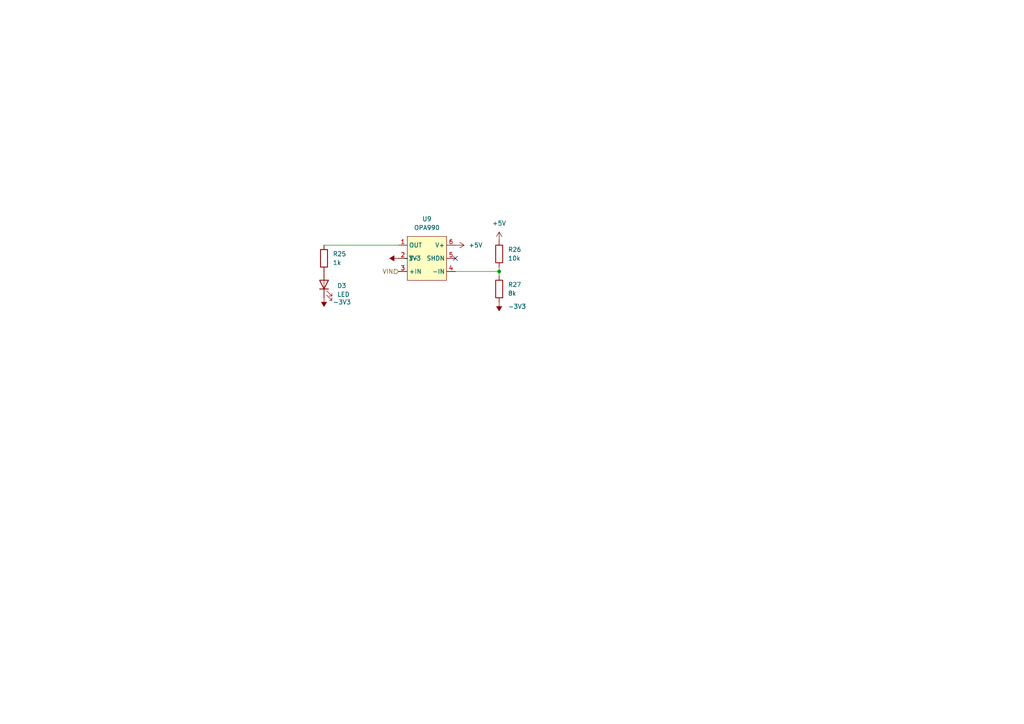
<source format=kicad_sch>
(kicad_sch (version 20211123) (generator eeschema)
  (paper "A4")
  (lib_symbols
    (symbol "Device:LED" (pin_numbers hide) (pin_names (offset 1.016) hide)
      (property "Reference" "D" (at 0 2.54 0))
      (property "Value" "LED" (at 0 -2.54 0))
      (symbol "LED_0_1"
        (polyline (pts (xy -1.27 -1.27) (xy -1.27 1.27)) (stroke (width 0.254)))
        (polyline (pts (xy -1.27 0) (xy 1.27 0)))
        (polyline (pts (xy 1.27 -1.27) (xy 1.27 1.27) (xy -1.27 0) (xy 1.27 -1.27)) (stroke (width 0.254)))
        (polyline (pts (xy -3.048 -0.762) (xy -4.572 -2.286) (xy -3.81 -2.286) (xy -4.572 -2.286) (xy -4.572 -1.524)))
        (polyline (pts (xy -1.778 -0.762) (xy -3.302 -2.286) (xy -2.54 -2.286) (xy -3.302 -2.286) (xy -3.302 -1.524)))
      )
      (symbol "LED_1_1"
        (pin passive line (at -3.81 0 0) (length 2.54) (name "K") (number "1"))
        (pin passive line (at 3.81 0 180) (length 2.54) (name "A") (number "2"))
      )
    )
    (symbol "Device:R" (pin_numbers hide) (pin_names (offset 0))
      (property "Reference" "R" (at 2.032 0 90))
      (property "Value" "R" (at 0 0 90))
      (symbol "R_0_1"
        (rectangle (start -1.016 -2.54) (end 1.016 2.54) (stroke (width 0.254)))
      )
      (symbol "R_1_1"
        (pin passive line (at 0 3.81 270) (length 1.27) (name "~") (number "1"))
        (pin passive line (at 0 -3.81 90) (length 1.27) (name "~") (number "2"))
      )
    )
    (symbol "power:+5V" (power) (pin_names (offset 0))
      (property "Value" "+5V" (at 0 3.556 0))
      (symbol "+5V_0_1"
        (polyline (pts (xy -0.762 1.27) (xy 0 2.54)))
        (polyline (pts (xy 0 0) (xy 0 2.54)))
        (polyline (pts (xy 0 2.54) (xy 0.762 1.27)))
      )
      (symbol "+5V_1_1"
        (pin power_in line (at 0 0 90) (length 0) hide (name "+5V") (number "1"))
      )
    )
    (symbol "power:-3V3" (power) (pin_names (offset 0))
      (property "Value" "-3V3" (at 0 3.81 0))
      (symbol "-3V3_0_0"
        (pin power_in line (at 0 0 90) (length 0) hide (name "-3V3") (number "1"))
      )
      (symbol "-3V3_0_1"
        (polyline (pts (xy 0 0) (xy 0 1.27) (xy 0.762 1.27) (xy 0 2.54) (xy -0.762 1.27) (xy 0 1.27)) (fill (type outline)))
      )
    )
    (symbol "preamp_amplifiers:OPA990"
      (property "Reference" "U" (at 0 10.16 0))
      (property "Value" "OPA990" (at 0 7.62 0))
      (symbol "OPA990_0_1"
        (rectangle (start -6.35 5.08) (end 5.08 -7.62) (fill (type background)))
      )
      (symbol "OPA990_1_1"
        (pin output line (at -8.89 2.54 0) (length 2.54) (name "OUT") (number "1"))
        (pin power_in line (at -8.89 -1.27 0) (length 2.54) (name "V-") (number "2"))
        (pin input line (at -8.89 -5.08 0) (length 2.54) (name "+IN") (number "3"))
        (pin input line (at 7.62 -5.08 180) (length 2.54) (name "-IN") (number "4"))
        (pin input line (at 7.62 -1.27 180) (length 2.54) (name "SHDN") (number "5"))
        (pin power_in line (at 7.62 2.54 180) (length 2.54) (name "V+") (number "6"))
      )
    )
  )
  (junction (at 144.78 78.74))
  (no_connect (at 132.08 74.93))
  (wire (pts (xy 93.98 71.12) (xy 115.57 71.12)))
  (wire (pts (xy 144.78 78.74) (xy 144.78 80.01)))
  (wire (pts (xy 144.78 78.74) (xy 144.78 77.47)))
  (wire (pts (xy 132.08 78.74) (xy 144.78 78.74)))
  (hierarchical_label "VIN" (shape input) (at 115.57 78.74 180))
  (symbol (lib_id "Device:R") (at 144.78 83.82 0) (unit 1)
    (property "Reference" "R27" (at 147.32 82.5499 0) (effects (justify left)))
    (property "Value" "8k" (at 147.32 85.0899 0) (effects (justify left)))
    (property "Footprint" "Resistor_SMD:R_0805_2012Metric_Pad1.20x1.40mm_HandSolder" (effects hide))
  )
  (symbol (lib_id "preamp_amplifiers:OPA990") (at 124.46 73.66 0) (unit 1)
    (property "Reference" "U9" (at 123.825 63.5 0))
    (property "Value" "OPA990" (at 123.825 66.04 0))
    (property "Footprint" "Package_TO_SOT_SMD:SOT-23-6_Handsoldering" (effects hide))
  )
  (symbol (lib_id "power:+5V") (at 132.08 71.12 270) (unit 1)
    (property "Reference" "#PWR0152" (effects hide))
    (property "Value" "+5V" (at 135.89 71.1199 90) (effects (justify left)))
  )
  (symbol (lib_id "Device:LED") (at 93.98 82.55 90) (unit 1)
    (property "Reference" "D3" (at 97.79 82.8674 90) (effects (justify right)))
    (property "Value" "LED" (at 97.79 85.4074 90) (effects (justify right)))
    (property "Footprint" "LED_THT:LED_D3.0mm" (effects hide))
  )
  (symbol (lib_id "Device:R") (at 144.78 73.66 0) (unit 1)
    (property "Reference" "R26" (at 147.32 72.3899 0) (effects (justify left)))
    (property "Value" "10k" (at 147.32 74.9299 0) (effects (justify left)))
    (property "Footprint" "Resistor_SMD:R_0805_2012Metric_Pad1.20x1.40mm_HandSolder" (effects hide))
  )
  (symbol (lib_id "power:-3V3") (at 115.57 74.93 90) (unit 1)
    (property "Reference" "#PWR0150" (effects hide))
    (property "Value" "-3V3" (at 116.84 74.9299 90) (effects (justify right)))
  )
  (symbol (lib_id "Device:R") (at 93.98 74.93 0) (unit 1)
    (property "Reference" "R25" (at 96.52 73.6599 0) (effects (justify left)))
    (property "Value" "1k" (at 96.52 76.1999 0) (effects (justify left)))
    (property "Footprint" "Resistor_SMD:R_0805_2012Metric_Pad1.20x1.40mm_HandSolder" (effects hide))
  )
  (symbol (lib_id "power:+5V") (at 144.78 69.85 0) (unit 1)
    (property "Reference" "#PWR0153" (effects hide))
    (property "Value" "+5V" (at 144.78 64.77 0))
  )
  (symbol (lib_id "power:-3V3") (at 93.98 86.36 180) (unit 1)
    (property "Reference" "#PWR0151" (effects hide))
    (property "Value" "-3V3" (at 96.52 87.6299 0) (effects (justify right)))
  )
  (symbol (lib_id "power:-3V3") (at 144.78 87.63 180) (unit 1)
    (property "Reference" "#PWR0154" (effects hide))
    (property "Value" "-3V3" (at 147.32 88.8999 0) (effects (justify right)))
  )
)
</source>
